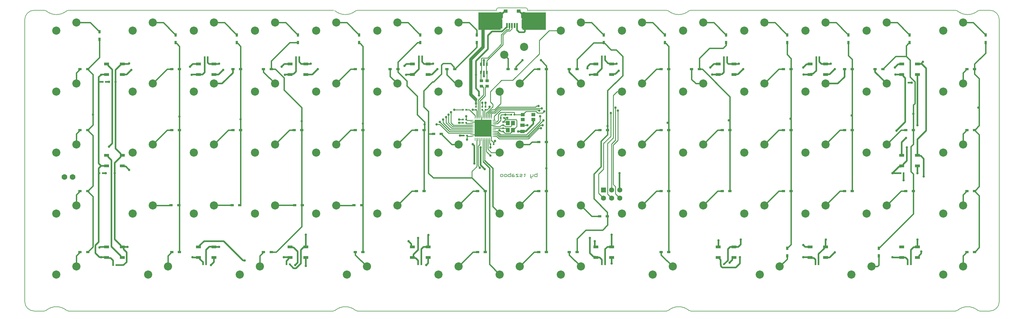
<source format=gbl>
G04*
G04 #@! TF.GenerationSoftware,Altium Limited,Altium Designer,20.2.6 (244)*
G04*
G04 Layer_Physical_Order=2*
G04 Layer_Color=16711680*
%FSLAX43Y43*%
%MOMM*%
G71*
G04*
G04 #@! TF.SameCoordinates,FBA5710F-A01C-4517-A5A6-22E0ABBBF171*
G04*
G04*
G04 #@! TF.FilePolarity,Positive*
G04*
G01*
G75*
%ADD10C,0.200*%
%ADD11C,0.013*%
%ADD20C,0.500*%
%ADD21C,0.400*%
%ADD22C,0.250*%
%ADD26O,1.700X2.400*%
%ADD27C,2.540*%
%ADD28R,1.600X1.600*%
%ADD29C,1.600*%
%ADD30C,1.778*%
%ADD31C,0.750*%
%ADD32C,0.700*%
%ADD33R,0.500X1.600*%
%ADD34R,2.100X2.900*%
%ADD35R,1.300X1.000*%
%ADD36R,1.000X0.800*%
%ADD37R,1.500X0.900*%
%ADD38R,0.600X0.600*%
%ADD39R,0.600X1.100*%
%ADD40R,0.800X1.000*%
%ADD41R,0.600X0.600*%
%ADD42R,1.000X0.900*%
%ADD43R,1.150X1.400*%
%ADD44R,1.400X1.000*%
%ADD45R,1.150X1.050*%
%ADD46R,5.300X5.300*%
%ADD47R,1.050X0.250*%
%ADD48R,0.250X1.050*%
%ADD49C,1.000*%
%ADD50R,7.000X5.500*%
%ADD51R,7.250X5.500*%
D10*
X7800Y-41950D02*
Y-43150D01*
X7200D01*
X7000Y-42950D01*
Y-42750D01*
Y-42550D01*
X7200Y-42350D01*
X7800D01*
X6600D02*
Y-42950D01*
X6400Y-43150D01*
X5801D01*
Y-43350D01*
X6001Y-43550D01*
X6201D01*
X5801Y-43150D02*
Y-42350D01*
X4001Y-42150D02*
Y-42350D01*
X4201D01*
X3801D01*
X4001D01*
Y-42950D01*
X3801Y-43150D01*
X3201D02*
X2602D01*
X2402Y-42950D01*
X2602Y-42750D01*
X3002D01*
X3201Y-42550D01*
X3002Y-42350D01*
X2402D01*
X2002D02*
X1202D01*
X2002Y-43150D01*
X1202D01*
X602Y-42350D02*
X202D01*
X3Y-42550D01*
Y-43150D01*
X602D01*
X802Y-42950D01*
X602Y-42750D01*
X3D01*
X-397Y-41950D02*
Y-43150D01*
X-997D01*
X-1197Y-42950D01*
Y-42750D01*
Y-42550D01*
X-997Y-42350D01*
X-397D01*
X-1797Y-43150D02*
X-2197D01*
X-2397Y-42950D01*
Y-42550D01*
X-2197Y-42350D01*
X-1797D01*
X-1597Y-42550D01*
Y-42950D01*
X-1797Y-43150D01*
X-2997D02*
X-3396D01*
X-3596Y-42950D01*
Y-42550D01*
X-3396Y-42350D01*
X-2997D01*
X-2797Y-42550D01*
Y-42950D01*
X-2997Y-43150D01*
X151775Y5900D02*
G03*
X148775Y8900I-3000J0D01*
G01*
Y-85098D02*
G03*
X151775Y-82098I0J3000D01*
G01*
X145083Y-84870D02*
G03*
X145718Y-85098I636J772D01*
G01*
X145083Y-84870D02*
G03*
X138727Y-84870I-3178J-3860D01*
G01*
X138092Y-85098D02*
G03*
X138727Y-84870I0J1000D01*
G01*
X55083D02*
G03*
X55718Y-85098I636J772D01*
G01*
X55083Y-84870D02*
G03*
X48727Y-84870I-3178J-3860D01*
G01*
X48092Y-85098D02*
G03*
X48727Y-84870I0J1000D01*
G01*
X-48727D02*
G03*
X-48092Y-85098I636J772D01*
G01*
X-48727Y-84870D02*
G03*
X-55083Y-84870I-3178J-3860D01*
G01*
X-55718Y-85098D02*
G03*
X-55083Y-84870I0J1000D01*
G01*
X-138727D02*
G03*
X-138092Y-85098I636J772D01*
G01*
X-138727Y-84870D02*
G03*
X-145083Y-84870I-3178J-3860D01*
G01*
X-145718Y-85098D02*
G03*
X-145083Y-84870I0J1000D01*
G01*
X-151775Y-82098D02*
G03*
X-148775Y-85098I3000J0D01*
G01*
Y8900D02*
G03*
X-151775Y5900I0J-3000D01*
G01*
X-145085Y8672D02*
G03*
X-145721Y8900I-636J-772D01*
G01*
X-145085Y8672D02*
G03*
X-138725Y8672I3180J3858D01*
G01*
X-138089Y8900D02*
G03*
X-138725Y8672I0J-1000D01*
G01*
X-55085D02*
G03*
X-48725Y8672I3180J3858D01*
G01*
X-48089Y8900D02*
G03*
X-48725Y8672I0J-1000D01*
G01*
X48725D02*
G03*
X48089Y8900I-636J-772D01*
G01*
X48725Y8672D02*
G03*
X55085Y8672I3180J3858D01*
G01*
X55721Y8900D02*
G03*
X55085Y8672I0J-1000D01*
G01*
X138725D02*
G03*
X138089Y8900I-636J-772D01*
G01*
X138725Y8672D02*
G03*
X145085Y8672I3180J3858D01*
G01*
X145721Y8900D02*
G03*
X145085Y8672I0J-1000D01*
G01*
X-4325Y9620D02*
G03*
X-4825Y9120I0J-500D01*
G01*
X4825Y9120D02*
G03*
X4325Y9620I-500J0D01*
G01*
X4825Y8900D02*
Y9120D01*
X151775Y-82098D02*
Y5900D01*
X145718Y-85098D02*
X148775D01*
X-151775Y-82098D02*
Y5900D01*
X-148775Y8900D02*
X-145721D01*
X-4825D02*
Y9120D01*
X-4325Y9620D02*
X4325D01*
X4825Y8900D02*
X48089D01*
X-48092Y-85098D02*
X48092D01*
X-138092D02*
X-55718D01*
X-148775D02*
X-145718D01*
X55718D02*
X138092D01*
X-48089Y8900D02*
X-4825D01*
X-138089D02*
X-55721D01*
X145721D02*
X148775D01*
X55721D02*
X138089D01*
D11*
X-55085Y8672D02*
G03*
X-55721Y8900I-636J-772D01*
G01*
D20*
X-8750Y-11750D02*
Y-10500D01*
X-8750Y-10500D02*
X-8750Y-10500D01*
Y-8000D02*
Y-6750D01*
X-8750Y-8000D02*
X-8750Y-8000D01*
X-16250Y-30250D02*
X-15000D01*
X-10250Y-17750D02*
Y-16500D01*
X-6250Y2250D02*
X-3061D01*
X-1761Y3550D01*
X-1600D01*
Y4100D01*
X69750Y-71500D02*
X71000Y-70250D01*
X65050Y-71050D02*
X65500Y-71500D01*
X69750D01*
X71000Y-70250D02*
Y-68250D01*
X65000Y-70500D02*
X65050Y-70550D01*
Y-71050D02*
Y-70550D01*
X64525Y-68325D02*
X64725Y-68525D01*
X64225Y-68325D02*
X64525D01*
X66000Y-70500D02*
X67250Y-69250D01*
Y-65750D02*
X67920Y-65080D01*
X67250Y-69250D02*
Y-65750D01*
X-30670Y-67420D02*
X-29250Y-66000D01*
Y-62250D01*
X-31025Y-68325D02*
X-30870D01*
X-30670Y-68125D01*
Y-67420D01*
X-7500Y1000D02*
X-6250Y2250D01*
X-128750Y-13500D02*
Y-12000D01*
X-128000Y-11250D01*
X4043Y2293D02*
Y3000D01*
X4250D01*
X3750Y2000D02*
X4043Y2293D01*
X2250Y2000D02*
X3750D01*
X1600Y2650D02*
Y4100D01*
Y2650D02*
X2250Y2000D01*
X-11250Y-15500D02*
Y-11250D01*
Y-15500D02*
X-10250Y-16500D01*
X-11250Y-11250D02*
Y-7000D01*
X-7500Y-3250D01*
Y1000D01*
X23500Y-9275D02*
Y-8750D01*
X122500Y-26000D02*
Y-12300D01*
X-128750Y-63541D02*
Y-40500D01*
X-128457Y-68270D02*
X-126330D01*
X33500Y-47190D02*
X33540Y-47230D01*
X33500Y-47190D02*
Y-42000D01*
X-11250Y-20250D02*
Y-19000D01*
X-4000Y4200D02*
Y4600D01*
X-4800Y3400D02*
X-4000Y4200D01*
X-5200Y3400D02*
X-4800D01*
X2500Y8350D02*
Y8350D01*
Y8350D02*
X3070Y7780D01*
X3096D01*
X3650Y7225D01*
Y4950D02*
Y7225D01*
X2250Y8600D02*
X2500Y8350D01*
X2100Y8600D02*
X2250D01*
X3650Y4950D02*
X4000Y4600D01*
X-3650Y7200D02*
Y7225D01*
X-2869Y8006D01*
X-2844D01*
X-2500Y8350D01*
X-2250D01*
X-2000Y8600D01*
X-4000Y4600D02*
X-3650Y4950D01*
Y7200D01*
X-4000Y4600D02*
X-3500Y4100D01*
X-11750Y-39000D02*
Y-33500D01*
X-12250Y-33000D02*
X-11750Y-33500D01*
X-9750Y-39500D02*
X-8500Y-40750D01*
X-9750Y-39500D02*
Y-34000D01*
X92800Y-68325D02*
X93000Y-68525D01*
X92725Y-68250D02*
X92800Y-68325D01*
X1942Y-29000D02*
X3250D01*
X4380Y-28870D02*
X6675Y-26575D01*
Y-25225D01*
X3250Y-29000D02*
X3380Y-28870D01*
X4380D01*
X-64225Y-65025D02*
Y-61250D01*
X94750Y-10000D02*
Y-5750D01*
X93775Y-10975D02*
X94750Y-10000D01*
X92800Y-11175D02*
X93000Y-10975D01*
X93775D01*
X95750Y-7250D02*
Y-5750D01*
X96375Y-7875D02*
X97700D01*
X95750Y-7250D02*
X96375Y-7875D01*
X66000Y-10500D02*
Y-5750D01*
X65405Y-11095D02*
X66000Y-10500D01*
X64225Y-11175D02*
X64305Y-11095D01*
X65405D01*
X67000Y-5750D02*
X67000Y-5750D01*
Y-7500D02*
Y-5750D01*
X67375Y-7875D02*
X69125D01*
X67000Y-7500D02*
X67375Y-7875D01*
X26125Y-11175D02*
X26425D01*
X26625Y-10975D01*
Y-10675D01*
X28000Y-9300D01*
Y-5500D01*
X29000Y-6750D02*
Y-5500D01*
Y-6750D02*
X29945Y-7695D01*
X30845D02*
X31025Y-7875D01*
X29945Y-7695D02*
X30845D01*
X-29000Y-5500D02*
X-29000Y-5500D01*
X-29000Y-9500D02*
Y-5500D01*
X-31025Y-11175D02*
X-30825Y-10975D01*
X-30475D01*
X-29000Y-9500D01*
X-28000Y-7250D02*
Y-5500D01*
X-27375Y-7875D02*
X-26125D01*
X-28000Y-7250D02*
X-27375Y-7875D01*
X-66250Y-7250D02*
Y-5750D01*
Y-7250D02*
X-65625Y-7875D01*
X-64225D01*
X-67250Y-10250D02*
Y-5750D01*
X-68020Y-11020D02*
X-67250Y-10250D01*
X-69125Y-11175D02*
X-68970Y-11020D01*
X-68020D01*
X-94750Y-7500D02*
Y-5750D01*
X-94375Y-7875D02*
X-92800D01*
X-94750Y-7500D02*
X-94375Y-7875D01*
X-95750Y-10500D02*
Y-5750D01*
X-96425Y-11175D02*
X-95750Y-10500D01*
X-97700Y-11175D02*
X-96425D01*
X-123500Y-13500D02*
Y-9750D01*
Y-34325D02*
Y-13500D01*
X-126500D02*
X-125500D01*
X-128750Y-39000D02*
Y-13500D01*
X-128750Y-13500D02*
X-127500D01*
X-128750Y-13500D02*
X-128750Y-13500D01*
X-121120Y-65025D02*
X-119775D01*
X-123500Y-34325D02*
X-121875Y-35950D01*
X-123500Y-9750D02*
X-121625Y-7875D01*
X-123750Y-42007D02*
Y-38825D01*
Y-62650D02*
Y-42007D01*
X-127500Y-42000D02*
X-126500D01*
X-121375Y-65025D02*
X-121120D01*
X-120920Y-65225D01*
Y-65830D02*
Y-65225D01*
Y-65830D02*
X-120000Y-66750D01*
Y-69750D02*
Y-66750D01*
X-123250Y-70750D02*
X-121000D01*
X-120000Y-69750D01*
X-126275Y-68325D02*
X-126100Y-68500D01*
X-125000D01*
X-124250Y-70750D02*
Y-69250D01*
X-125000Y-68500D02*
X-124250Y-69250D01*
X-128275Y-65025D02*
X-126275D01*
X-128500Y-65250D02*
X-128275Y-65025D01*
X-129750Y-66977D02*
X-128457Y-68270D01*
X-129750Y-66977D02*
Y-64541D01*
X-128750Y-63541D01*
X-126330Y-68270D02*
X-126275Y-68325D01*
X-92825Y-65000D02*
X-92800Y-65025D01*
X-94250Y-65000D02*
X-92825D01*
X-95250Y-70500D02*
Y-66000D01*
X-94250Y-65000D01*
X-96250Y-70500D02*
Y-69775D01*
X-97200Y-68825D02*
X-96250Y-69775D01*
X-97200Y-68825D02*
Y-68525D01*
X-97400Y-68325D02*
X-97200Y-68525D01*
X-97700Y-68325D02*
X-97400D01*
X-64425Y-65225D02*
X-64225Y-65025D01*
X-64975Y-65225D02*
X-64425D01*
X-65750Y-66000D02*
X-64975Y-65225D01*
X-65750Y-70250D02*
Y-66000D01*
X-67250Y-71750D02*
X-65750Y-70250D01*
X-66750Y-70000D02*
Y-66500D01*
X-67500Y-70750D02*
X-66750Y-70000D01*
X-68045Y-65205D02*
X-66750Y-66500D01*
X-64225Y-70975D02*
Y-68325D01*
X-64225Y-70975D02*
X-64225Y-70975D01*
X-68000Y-71750D02*
X-67250D01*
X-69250Y-70500D02*
X-68000Y-71750D01*
X-70250Y-70500D02*
Y-69450D01*
X-69625Y-68825D01*
Y-68525D01*
X-69425Y-68325D01*
X-69125D01*
X-27525Y-65025D02*
X-26125D01*
X-28250Y-65750D02*
X-27525Y-65025D01*
X-28250Y-70500D02*
Y-65750D01*
X-31025Y-68325D02*
X-30850Y-68500D01*
X-30000D01*
X-29250Y-70500D02*
Y-69250D01*
X-30000Y-68500D02*
X-29250Y-69250D01*
X29725Y-65025D02*
X31025D01*
X29000Y-65750D02*
X29725Y-65025D01*
X29000Y-70500D02*
Y-65750D01*
X26125Y-68325D02*
X26132Y-68332D01*
X27332D01*
X28000Y-69000D01*
Y-70500D02*
Y-69000D01*
X69070Y-65080D02*
X69125Y-65025D01*
X67920Y-65080D02*
X69070D01*
X65000Y-70500D02*
Y-69100D01*
X64725Y-68825D02*
X65000Y-69100D01*
X64725Y-68825D02*
Y-68525D01*
X93000D02*
X94025D01*
X94500Y-70500D02*
Y-69000D01*
X94025Y-68525D02*
X94500Y-69000D01*
X126170Y-65130D02*
X126275Y-65025D01*
X125120Y-65130D02*
X126170D01*
X124250Y-66000D02*
X125120Y-65130D01*
X124250Y-70500D02*
Y-66000D01*
X121375Y-68325D02*
X121382Y-68332D01*
X122582D01*
X123250Y-69000D01*
Y-70500D02*
Y-69000D01*
X95500Y-70500D02*
Y-67225D01*
X97200Y-65525D01*
Y-65225D01*
X97400Y-65025D01*
X97700D01*
X122000Y-44250D02*
Y-42000D01*
X118500D02*
X121000D01*
X70688Y-7812D02*
X70750Y-7750D01*
X70625Y-7875D02*
X70688Y-7812D01*
X-26125Y-61375D02*
X-26062Y-61312D01*
X123500Y-13750D02*
X124500D01*
X126275Y-7875D02*
X127625D01*
X129000Y-28750D02*
Y-9250D01*
X127625Y-7875D02*
X129000Y-9250D01*
X127455Y-7795D02*
X128000Y-7250D01*
X121175Y-39950D02*
X121375Y-39750D01*
X120550Y-39950D02*
X121175D01*
X118500Y-42000D02*
X120550Y-39950D01*
X128250Y-43000D02*
Y-37500D01*
X126275Y-36450D02*
X126443Y-36618D01*
X127368D01*
X128250Y-37500D01*
X-92800Y-7875D02*
X-91300D01*
X-64225D02*
X-62725D01*
X-26125D02*
X-24625D01*
X31025D02*
X32525D01*
X97700D02*
X99200D01*
X69125D02*
X70625D01*
X-33500Y-8525D02*
Y-8500D01*
X-121375Y-7875D02*
X-119375D01*
X-121625D02*
X-121375D01*
X-119375D02*
X-119250Y-7750D01*
X-100325Y-8750D02*
X-99450Y-7875D01*
X-97700D01*
X-71750Y-8750D02*
X-70875Y-7875D01*
X-69125D01*
X-120000Y-11175D02*
X-118575Y-9750D01*
X-121375Y-11175D02*
X-120000D01*
X-92800D02*
X-91425D01*
X-90000Y-9750D01*
X-86925Y-10675D02*
Y-9525D01*
X-90279Y-14029D02*
X-86925Y-10675D01*
X-92831Y-14029D02*
X-90279D01*
X-64225Y-11175D02*
X-62175D01*
X-60500Y-9500D01*
X-32875Y-7875D02*
X-31025D01*
X-33500Y-8500D02*
X-32875Y-7875D01*
X113100Y-10410D02*
X116719Y-14029D01*
X113100Y-10410D02*
Y-9525D01*
X-70607Y-11175D02*
X-69125D01*
X-70682Y-11250D02*
X-70607Y-11175D01*
X-70750Y-11250D02*
X-70682D01*
X-99607Y-11175D02*
X-97700D01*
X-99682Y-11250D02*
X-99607Y-11175D01*
X-99750Y-11250D02*
X-99682D01*
X-127857Y-11175D02*
X-126275D01*
X-32857D02*
X-31025D01*
X-32932Y-11250D02*
X-32857Y-11175D01*
X-33000Y-11250D02*
X-32932D01*
X24375Y-7875D02*
X26125D01*
X23500Y-8750D02*
X24375Y-7875D01*
X-26125Y-11175D02*
X-26118Y-11168D01*
X-24918D01*
X-23250Y-9500D01*
X17850Y-10410D02*
X21469Y-14029D01*
X17850Y-10410D02*
Y-9525D01*
X62875Y-7875D02*
X64225D01*
X61750Y-9000D02*
X62875Y-7875D01*
X31025Y-11175D02*
X31130Y-11070D01*
X32180D01*
X33250Y-10000D01*
X90750Y-9000D02*
X91745Y-8005D01*
X92745D01*
X92875Y-7875D01*
X70393Y-11107D02*
X72000Y-9500D01*
X69268Y-11107D02*
X70393D01*
X69200Y-11175D02*
X69268Y-11107D01*
X97700Y-11175D02*
X97768Y-11107D01*
X98893D01*
X100500Y-9500D01*
X121245Y-8005D02*
X121375Y-7875D01*
X120245Y-8005D02*
X121245D01*
X119250Y-9000D02*
X120245Y-8005D01*
X126262Y-41987D02*
X126275Y-41975D01*
X126250Y-42000D02*
X126262Y-41987D01*
X126275Y-41975D02*
Y-39750D01*
X-89750Y-63250D02*
X-83750Y-69250D01*
X-83250D01*
X-95925Y-63250D02*
X-89750D01*
X-91275Y-65025D02*
X-91262Y-65012D01*
X-92800Y-65025D02*
X-91275D01*
X-97700D02*
X-97400D01*
X-97200Y-64825D01*
Y-64525D01*
X-95925Y-63250D01*
X-92800Y-69800D02*
Y-68325D01*
X-93750Y-70750D02*
X-92800Y-69800D01*
X-99500Y-68250D02*
X-99432D01*
X-99357Y-68325D02*
X-97700D01*
X-99432Y-68250D02*
X-99357Y-68325D01*
X-69125Y-65025D02*
X-68945Y-65205D01*
X-68045D01*
X-26125Y-70125D02*
Y-68325D01*
X-26750Y-70750D02*
X-26125Y-70125D01*
X-31180Y-65025D02*
X-31025D01*
X-31380Y-64825D02*
X-31180Y-65025D01*
X-31380Y-64825D02*
Y-64120D01*
X-32250Y-63250D02*
X-31380Y-64120D01*
X31013Y-70238D02*
X31025Y-70225D01*
X31000Y-70250D02*
X31013Y-70238D01*
X31025Y-70225D02*
Y-68325D01*
X25950Y-65025D02*
X26125D01*
X25750Y-64825D02*
X25950Y-65025D01*
X25750Y-64825D02*
Y-63250D01*
X68845Y-68325D02*
X69125D01*
X68645Y-68525D02*
X68845Y-68325D01*
X68645Y-69105D02*
Y-68525D01*
X67750Y-70000D02*
X68645Y-69105D01*
X64225Y-65025D02*
X64294Y-64956D01*
Y-63000D01*
X97700Y-68325D02*
X98925D01*
X100500Y-66750D01*
X91275Y-65025D02*
X92800D01*
X90750Y-64500D02*
X91275Y-65025D01*
X126275Y-68325D02*
X126575D01*
X126775Y-68125D01*
Y-67825D01*
X127500Y-67100D01*
Y-66500D01*
X119750Y-28750D02*
X122500Y-26000D01*
X121375Y-39750D02*
X121675D01*
X121875Y-39550D01*
Y-39250D01*
X123000Y-38125D01*
Y-34000D01*
X121375Y-11175D02*
X121675D01*
X121875Y-11375D01*
Y-11675D02*
Y-11375D01*
Y-11675D02*
X122500Y-12300D01*
X126250Y-11200D02*
X126275Y-11175D01*
X126250Y-27000D02*
Y-11200D01*
X121375Y-32375D02*
X122750Y-31000D01*
X121375Y-36450D02*
Y-32375D01*
X97700Y-65025D02*
Y-62800D01*
X97750Y-62750D01*
X71250Y-64250D02*
Y-62750D01*
X69125Y-65025D02*
X70475D01*
X71250Y-64250D01*
X31025Y-65025D02*
Y-61275D01*
X-26125Y-65025D02*
Y-61375D01*
X-119775Y-65025D02*
X-119762Y-65012D01*
X126275Y-65025D02*
Y-62775D01*
Y-36450D02*
Y-31475D01*
X129000Y-28750D01*
X90750Y-68250D02*
X92725D01*
X118643Y-68325D02*
X121375D01*
X118568Y-68250D02*
X118643Y-68325D01*
X118500Y-68250D02*
X118568D01*
X24250Y-67000D02*
Y-62250D01*
X25925Y-68125D02*
X26125Y-68325D01*
X25375Y-68125D02*
X25925D01*
X24250Y-67000D02*
X25375Y-68125D01*
X-69200Y-68250D02*
X-69125Y-68325D01*
X-71044Y-68250D02*
X-69200D01*
X103575Y-11925D02*
Y-9525D01*
X101471Y-14029D02*
X103575Y-11925D01*
X97669Y-14029D02*
X101471D01*
X90825Y-11175D02*
X92800D01*
X62325D02*
X64225D01*
X24393D02*
X26125D01*
X24318Y-11250D02*
X24393Y-11175D01*
X24250Y-11250D02*
X24318D01*
X119425Y-11175D02*
X121375D01*
X-121375Y-39750D02*
X-121182Y-39943D01*
X-120307D01*
X-119250Y-41000D01*
X-126275Y-65025D02*
X-125975D01*
X-125775Y-65225D01*
X-121675Y-68325D02*
X-121375D01*
X-121875Y-68125D02*
X-121675Y-68325D01*
X-121875Y-68125D02*
Y-67825D01*
X-124750Y-64950D02*
X-121875Y-67825D01*
X-126275Y-36450D02*
X-125975D01*
X-125775Y-36650D01*
Y-36950D02*
Y-36650D01*
Y-36950D02*
X-124750Y-37975D01*
Y-64950D02*
Y-37975D01*
X-125500Y-33750D02*
X-124500Y-32750D01*
X-126275Y-7875D02*
X-125975D01*
X-125775Y-8075D01*
Y-8375D02*
Y-8075D01*
Y-8375D02*
X-124500Y-9650D01*
Y-32750D02*
Y-9650D01*
X-121875Y-36950D02*
Y-36650D01*
X-123750Y-38825D02*
X-121875Y-36950D01*
X-121675Y-36450D02*
X-121375D01*
X-121875Y-36250D02*
X-121675Y-36450D01*
X-121875Y-36250D02*
Y-35950D01*
Y-36650D02*
X-121675Y-36450D01*
Y-65025D02*
X-121375D01*
X-121875Y-64825D02*
X-121675Y-65025D01*
X-121875Y-64825D02*
Y-64525D01*
X-123750Y-62650D02*
X-121875Y-64525D01*
X-128750Y-39000D02*
X-128000Y-39750D01*
X-126275D02*
X-126275Y-39750D01*
X-128000Y-39750D02*
X-126275D01*
X-128750Y-40500D02*
X-128000Y-39750D01*
D21*
X-11000Y-2675D02*
Y-1200D01*
X-17550Y-9225D02*
X-11000Y-2675D01*
X-13346Y5021D02*
X-11000Y2675D01*
Y1200D02*
Y2675D01*
X29775Y-28575D02*
Y-16225D01*
Y-29975D02*
Y-28575D01*
X27750Y-32000D02*
X29775Y-29975D01*
X27750Y-40000D02*
Y-32000D01*
X25500Y-50000D02*
Y-42250D01*
X27750Y-40000D01*
X25500Y-50000D02*
X29700Y-54200D01*
X29775Y-58225D02*
Y-55500D01*
X29700D02*
Y-54200D01*
X10700Y-32250D02*
X10725D01*
Y-47625D02*
Y-32250D01*
X10800D01*
X10725D02*
Y-9525D01*
Y-8475D01*
X21469Y-52129D02*
X24840Y-55500D01*
X27300D01*
X25450Y-1300D02*
X28575D01*
X29700Y-55500D02*
X29775D01*
X22951Y-59799D02*
X28201D01*
X29775Y-58225D01*
X-54731Y-52129D02*
X-49329D01*
X-49200Y-52000D01*
X-46425Y-54000D02*
Y-47625D01*
X-103575Y-54500D02*
Y-47625D01*
Y-28575D01*
Y-24324D01*
X-111881Y-52129D02*
X-106329D01*
X-106200Y-52000D01*
X-73781Y-52129D02*
X-73652Y-52000D01*
X-67700D01*
X-65475Y-53000D02*
Y-47625D01*
X-92702Y-52000D02*
X-87200D01*
X-92831Y-52129D02*
X-92702Y-52000D01*
X-84525Y-51800D02*
Y-28575D01*
X-84800Y-52000D02*
X-84725D01*
X-84525Y-51800D01*
X-103575Y-24324D02*
Y-9525D01*
X-46425Y-26525D02*
Y-9525D01*
X-65475Y-25732D02*
Y-21525D01*
X-84525Y-25208D02*
Y-9525D01*
X-8500Y-38000D02*
X-6000Y-40500D01*
X-7000Y-70470D02*
Y-40400D01*
X-8900Y-38500D02*
X-7000Y-40400D01*
X-6000Y-52420D02*
Y-40500D01*
X124000Y-12000D02*
X125500Y-13500D01*
X125025Y-28575D02*
Y-23469D01*
X125500Y-20250D02*
Y-13500D01*
X125025Y-23469D02*
Y-20725D01*
X125500Y-20250D01*
X124000Y-12000D02*
Y-6679D01*
X9000Y-6750D02*
X10725Y-8475D01*
X1200Y-9525D02*
X1241Y-9484D01*
Y-8759D01*
X3250Y-6750D01*
X-6000Y-52420D02*
X-3810Y-54610D01*
X-7000Y-70470D02*
X-3810Y-73660D01*
X5421Y-33079D02*
X6197Y-32303D01*
X8247D02*
X8300Y-32250D01*
X6197Y-32303D02*
X8247D01*
X86925Y-28575D02*
Y-9525D01*
X-27250Y-26768D02*
Y-26000D01*
Y-28450D02*
Y-26768D01*
X-18721Y-33079D02*
X-16631D01*
X-22050Y-29750D02*
X-21950D01*
X-21750Y-29950D01*
Y-30050D02*
Y-29950D01*
Y-30050D02*
X-18721Y-33079D01*
X-26000Y-29693D02*
Y-22750D01*
X-27500Y-21250D02*
X-26000Y-22750D01*
Y-42000D02*
Y-29693D01*
X-25943Y-29750D02*
X-24450D01*
X-26000Y-29693D02*
X-25943Y-29750D01*
X-65475Y-28575D02*
Y-25732D01*
X-84525Y-28575D02*
Y-25208D01*
X-77400Y-10410D02*
X-73781Y-14029D01*
X-77400Y-10410D02*
Y-9525D01*
X-17041Y-13620D02*
X-16631Y-14029D01*
X-17880Y-13620D02*
X-17041D01*
X-20250Y-11250D02*
X-17880Y-13620D01*
X-20250Y-11250D02*
Y-9525D01*
X-18074Y-9325D02*
X-17550D01*
X-24750Y-13500D02*
X-24438D01*
X-18074Y-9325D02*
Y-8801D01*
X-19125Y-7750D02*
X-18074Y-8801D01*
X-21500Y-7750D02*
X-19125D01*
X-22000Y-11062D02*
Y-8250D01*
X-21500Y-7750D01*
X-24438Y-13500D02*
X-22000Y-11062D01*
X-77700Y-66875D02*
X-77500Y-66675D01*
X-78544Y-67819D02*
X-77700Y-66975D01*
Y-66875D01*
X-78544Y-71179D02*
Y-67819D01*
X-77500Y-66675D02*
X-77400D01*
X124250Y-41500D02*
Y-33750D01*
Y-41500D02*
X125025Y-42275D01*
X124250Y-33750D02*
X125000Y-33000D01*
Y-28600D01*
X122821Y-2204D02*
X123525Y-1500D01*
X122821Y-5500D02*
Y-2204D01*
Y-5500D02*
X124000Y-6679D01*
X119525Y-5500D02*
X122821D01*
X115500Y-9525D02*
X115600D01*
X115800Y-9325D01*
Y-9225D01*
X119525Y-5500D01*
X125025Y-47625D02*
Y-42275D01*
X125000Y-28600D02*
X125025Y-28575D01*
X20250Y-62500D02*
X22951Y-59799D01*
X20250Y-66675D02*
Y-62500D01*
X48825Y-28575D02*
Y-9525D01*
X67875Y-28575D02*
Y-18125D01*
X105975Y-28575D02*
Y-9525D01*
X145500Y-27150D02*
Y-12500D01*
X-103575Y-66675D02*
Y-54500D01*
X20250Y-6500D02*
X25450Y-1300D01*
X20250Y-9525D02*
Y-6500D01*
X28575Y-1300D02*
X28775Y-1500D01*
X28875D01*
X30875Y-3500D01*
X32500D01*
X34500Y-11500D02*
Y-5500D01*
X32500Y-3500D02*
X34500Y-5500D01*
X29775Y-16225D02*
X34500Y-11500D01*
X10725Y-66675D02*
Y-47625D01*
X-26000Y-42000D02*
X-24500Y-43500D01*
X-8425Y-47625D02*
X-8325D01*
X-8625Y-47425D02*
X-8425Y-47625D01*
X-8625Y-47425D02*
Y-47325D01*
X-12450Y-43500D02*
X-8625Y-47325D01*
X-24500Y-43500D02*
X-12450D01*
X-8325Y-66675D02*
Y-47625D01*
X-29500Y-23750D02*
Y-18000D01*
Y-23750D02*
X-27250Y-26000D01*
X-27375Y-28575D02*
X-27250Y-28450D01*
X-27500Y-16250D02*
X-24750Y-13500D01*
X-27500Y-21250D02*
Y-16250D01*
X-17550Y-9325D02*
Y-9225D01*
X-46425Y-28575D02*
Y-26525D01*
X-130500Y-23733D02*
Y-11175D01*
Y-26925D02*
Y-23733D01*
X123525Y-1500D02*
X123625D01*
X123825Y-1300D01*
Y-1200D01*
X114300Y-65475D02*
Y-65375D01*
X114500Y-65175D01*
X114600D01*
X125025Y-54750D01*
Y-47625D01*
X114300Y-70700D02*
Y-67875D01*
X113821Y-71179D02*
X114300Y-70700D01*
X111956Y-71179D02*
X113821D01*
X85725Y-4975D02*
Y-1200D01*
X86925Y-9525D02*
Y-6175D01*
X85725Y-4975D02*
X86925Y-6175D01*
Y-47625D02*
Y-28575D01*
X85725Y-65475D02*
Y-65375D01*
X85925Y-65175D01*
X86025D01*
X86925Y-64275D01*
Y-47625D01*
X83381Y-71179D02*
X85725Y-68836D01*
Y-67875D01*
X67875Y-47625D02*
Y-28575D01*
X59275Y-9525D02*
X67875Y-18125D01*
X58350Y-9525D02*
X59275D01*
X66675Y-2075D02*
Y-1200D01*
X65750Y-3000D02*
X66675Y-2075D01*
X61500Y-3000D02*
X65750D01*
X58350Y-9525D02*
Y-6150D01*
X61500Y-3000D01*
X55950Y-12700D02*
X57279Y-14029D01*
X55950Y-12700D02*
Y-9525D01*
X57279Y-14029D02*
X59569D01*
X-65475Y-47625D02*
Y-28575D01*
Y-58725D02*
Y-53000D01*
X-75000Y-66675D02*
X-73425D01*
X-65475Y-58725D01*
X-71000Y-16000D02*
X-65475Y-21525D01*
X-73725Y-9525D02*
X-71000Y-12250D01*
Y-16000D02*
Y-12250D01*
X-75000Y-9525D02*
X-73725D01*
X-75000Y-7000D02*
X-69200Y-1200D01*
X-75000Y-9525D02*
Y-7000D01*
X-69200Y-1200D02*
X-66675D01*
X-27375Y-47625D02*
Y-28575D01*
X-32750Y-14750D02*
X-29500Y-18000D01*
X-32750Y-14750D02*
Y-13250D01*
X-35550Y-10450D02*
Y-9500D01*
Y-10450D02*
X-32750Y-13250D01*
X-29450Y-1200D02*
X-28575D01*
X-35550Y-7300D02*
X-29450Y-1200D01*
X-35550Y-9500D02*
Y-7300D01*
X-37950Y-11760D02*
X-35681Y-14029D01*
X-37950Y-11760D02*
Y-9500D01*
X2419Y-14029D02*
X6923Y-9525D01*
X8325D01*
X-1200D02*
Y-6240D01*
X-2419Y-5021D02*
X-1200Y-6240D01*
X2419Y-33079D02*
X5421D01*
X144375Y-28275D02*
X145500Y-27150D01*
X144375Y-28375D02*
Y-28275D01*
X144075Y-11075D02*
Y-7925D01*
X144175Y-28575D02*
X144375Y-28375D01*
Y-28875D02*
Y-28775D01*
X145500Y-46200D02*
Y-30000D01*
X144375Y-28875D02*
X145500Y-30000D01*
X144075Y-7925D02*
X147500Y-4500D01*
Y-1200D01*
X144075Y-11075D02*
X145500Y-12500D01*
X105975Y-47625D02*
Y-28575D01*
Y-9525D02*
X106000Y-9500D01*
Y-6500D01*
X104775Y-5275D02*
Y-1200D01*
Y-5275D02*
X106000Y-6500D01*
X46425Y-67560D02*
X50044Y-71179D01*
X46425Y-67560D02*
Y-66675D01*
X48825Y-47625D02*
Y-28575D01*
Y-66675D02*
Y-47625D01*
X47625Y-1300D02*
Y-1200D01*
Y-1300D02*
X47825Y-1500D01*
X47925D01*
X48825Y-2400D01*
Y-9525D02*
Y-2400D01*
X17850Y-67560D02*
X21469Y-71179D01*
X17850Y-67560D02*
Y-66675D01*
X2419Y-71179D02*
X6923Y-66675D01*
X8325D01*
X-16631Y-71179D02*
X-12127Y-66675D01*
X-10725D01*
X-48825Y-67560D02*
X-45206Y-71179D01*
X-48825Y-67560D02*
Y-66675D01*
X-46425Y-47625D02*
Y-28575D01*
Y-66675D02*
Y-54000D01*
X-47625Y-1300D02*
Y-1200D01*
Y-1300D02*
X-47425Y-1500D01*
X-47325D01*
X-46425Y-2400D01*
Y-9525D02*
Y-2400D01*
X-85725Y-1300D02*
Y-1200D01*
Y-1300D02*
X-85525Y-1500D01*
X-85425D01*
X-84525Y-2400D01*
Y-9525D02*
Y-2400D01*
X-104775Y-1300D02*
Y-1200D01*
Y-1300D02*
X-104575Y-1500D01*
X-104475D01*
X-103575Y-2400D01*
Y-9525D02*
Y-2400D01*
X-132150Y-9525D02*
X-132050D01*
X-131850Y-9325D01*
Y-9225D01*
X-128500Y-5875D01*
Y-200D01*
X-132050Y-9525D02*
X-131850Y-9725D01*
Y-9825D02*
Y-9725D01*
Y-9825D02*
X-130500Y-11175D01*
X-132150Y-28575D02*
X-132050D01*
X-131850Y-28375D01*
Y-28275D01*
X-130500Y-26925D01*
X-132050Y-28575D02*
X-131850Y-28775D01*
Y-28875D02*
Y-28775D01*
Y-28875D02*
X-130500Y-30225D01*
Y-45975D02*
Y-30225D01*
X-132150Y-47625D02*
X-132050D01*
X-131850Y-47425D01*
Y-47325D01*
X-130500Y-45975D01*
X-132050Y-47625D02*
X-131850Y-47825D01*
Y-47925D02*
Y-47825D01*
Y-47925D02*
X-130500Y-49275D01*
Y-65025D02*
Y-49275D01*
X-132150Y-66675D02*
X-132050D01*
X-131850Y-66475D01*
Y-66375D01*
X-130500Y-65025D01*
X-135694Y5021D02*
X-131321D01*
X-128800Y2500D01*
X-128700D01*
X-128500Y2300D01*
Y2200D02*
Y2300D01*
X-111881Y5021D02*
X-108596D01*
X-105075Y1500D01*
X-104975D01*
X-104775Y1300D01*
Y1200D02*
Y1300D01*
X-92831Y5021D02*
X-89546D01*
X-86025Y1500D01*
X-85925D01*
X-85725Y1300D01*
Y1200D02*
Y1300D01*
X-73781Y5021D02*
X-70496D01*
X-66975Y1500D01*
X-66875D01*
X-66675Y1300D01*
Y1200D02*
Y1300D01*
X-54731Y5021D02*
X-51446D01*
X-47925Y1500D01*
X-47825D01*
X-47625Y1300D01*
Y1200D02*
Y1300D01*
X-35681Y5021D02*
X-32396D01*
X-28875Y1500D01*
X-28775D01*
X-28575Y1300D01*
Y1200D02*
Y1300D01*
X-16631Y5021D02*
X-13346D01*
X21469D02*
X24754D01*
X28275Y1500D01*
X28375D01*
X28575Y1300D01*
Y1200D02*
Y1300D01*
X40519Y5021D02*
X43804D01*
X47325Y1500D01*
X47425D01*
X47625Y1300D01*
Y1200D02*
Y1300D01*
X59569Y5021D02*
X62854D01*
X66375Y1500D01*
X66475D01*
X66675Y1300D01*
Y1200D02*
Y1300D01*
X78619Y5021D02*
X81904D01*
X85425Y1500D01*
X85525D01*
X85725Y1300D01*
Y1200D02*
Y1300D01*
X97669Y5021D02*
X100954D01*
X104475Y1500D01*
X104575D01*
X104775Y1300D01*
Y1200D02*
Y1300D01*
X116719Y5021D02*
X120004D01*
X123525Y1500D01*
X123625D01*
X123825Y1300D01*
Y1200D02*
Y1300D01*
X144075Y-66675D02*
X144175D01*
X144375Y-66475D01*
Y-66375D01*
X145500Y-65250D01*
X144075Y-47625D02*
X144175D01*
X144375Y-47825D01*
Y-47925D02*
Y-47825D01*
Y-47925D02*
X145500Y-49050D01*
Y-65250D02*
Y-49050D01*
X144175Y-47625D02*
X144375Y-47425D01*
Y-47325D01*
X145500Y-46200D01*
X144075Y-28575D02*
X144175D01*
X144375Y-28775D01*
X140531Y5021D02*
X143679D01*
X147200Y1500D01*
X147300D01*
X147500Y1300D01*
Y1200D02*
Y1300D01*
X140531Y-14029D02*
Y-10669D01*
X141375Y-9825D01*
Y-9725D01*
X141575Y-9525D01*
X141675D01*
X140531Y-33079D02*
Y-29719D01*
X141375Y-28875D01*
Y-28775D01*
X141575Y-28575D01*
X141675D01*
X140531Y-52129D02*
Y-48769D01*
X141375Y-47925D01*
Y-47825D01*
X141575Y-47625D01*
X141675D01*
X140531Y-71179D02*
Y-67819D01*
X141375Y-66975D01*
Y-66875D01*
X141575Y-66675D01*
X141675D01*
X83123Y-9525D02*
X84525D01*
X78619Y-14029D02*
X83123Y-9525D01*
X45023D02*
X46425D01*
X40519Y-14029D02*
X45023Y-9525D01*
X25973Y-28575D02*
X27375D01*
X21469Y-33079D02*
X25973Y-28575D01*
X45023D02*
X46425D01*
X40519Y-33079D02*
X45023Y-28575D01*
X64073D02*
X65475D01*
X59569Y-33079D02*
X64073Y-28575D01*
X83123D02*
X84525D01*
X78619Y-33079D02*
X83123Y-28575D01*
X102173D02*
X103575D01*
X97669Y-33079D02*
X102173Y-28575D01*
X121223D02*
X122625D01*
X116719Y-33079D02*
X121223Y-28575D01*
Y-47625D02*
X122625D01*
X116719Y-52129D02*
X121223Y-47625D01*
X102173D02*
X103575D01*
X97669Y-52129D02*
X102173Y-47625D01*
X83123D02*
X84525D01*
X78619Y-52129D02*
X83123Y-47625D01*
X64073D02*
X65475D01*
X59569Y-52129D02*
X64073Y-47625D01*
X45023D02*
X46425D01*
X40519Y-52129D02*
X45023Y-47625D01*
X6923D02*
X8325D01*
X2419Y-52129D02*
X6923Y-47625D01*
X-50227Y-9525D02*
X-48825D01*
X-54731Y-14029D02*
X-50227Y-9525D01*
X-31177Y-28575D02*
X-29775D01*
X-35681Y-33079D02*
X-31177Y-28575D01*
X-12127Y-47625D02*
X-10725D01*
X-16631Y-52129D02*
X-12127Y-47625D01*
X-31177D02*
X-29775D01*
X-35681Y-52129D02*
X-31177Y-47625D01*
X-50227Y-28575D02*
X-48825D01*
X-54731Y-33079D02*
X-50227Y-28575D01*
X-69277D02*
X-67875D01*
X-73781Y-33079D02*
X-69277Y-28575D01*
X-88327D02*
X-86925D01*
X-92831Y-33079D02*
X-88327Y-28575D01*
X-107377Y-9525D02*
X-105975D01*
X-111881Y-14029D02*
X-107377Y-9525D01*
Y-28575D02*
X-105975D01*
X-111881Y-33079D02*
X-107377Y-28575D01*
X-106075Y-66675D02*
X-105975D01*
X-106275Y-66875D02*
X-106075Y-66675D01*
X-106275Y-66975D02*
Y-66875D01*
X-107119Y-67819D02*
X-106275Y-66975D01*
X-107119Y-71179D02*
Y-67819D01*
X-134650Y-66675D02*
X-134550D01*
X-134850Y-66875D02*
X-134650Y-66675D01*
X-134850Y-66975D02*
Y-66875D01*
X-135694Y-67819D02*
X-134850Y-66975D01*
X-135694Y-71179D02*
Y-67819D01*
X-134650Y-47625D02*
X-134550D01*
X-134850Y-47825D02*
X-134650Y-47625D01*
X-134850Y-47925D02*
Y-47825D01*
X-135694Y-48769D02*
X-134850Y-47925D01*
X-135694Y-52129D02*
Y-48769D01*
X-134650Y-28575D02*
X-134550D01*
X-134850Y-28775D02*
X-134650Y-28575D01*
X-134850Y-28875D02*
Y-28775D01*
X-135694Y-29719D02*
X-134850Y-28875D01*
X-135694Y-33079D02*
Y-29719D01*
Y-14029D02*
Y-10669D01*
X-134850Y-9825D01*
Y-9725D01*
X-134650Y-9525D01*
X-134550D01*
D22*
X-7586Y-6000D02*
X-3323Y-1737D01*
X-9500Y-8000D02*
Y-6146D01*
X-9354Y-6000D01*
X-7586D01*
X-14000Y-31500D02*
Y-30250D01*
X-10000Y-24525D02*
Y-19500D01*
X-8305Y-17805D02*
Y-15155D01*
X-10000Y-19500D02*
X-8305Y-17805D01*
X-10500Y-24525D02*
Y-19250D01*
X-8844Y-17594D02*
Y-15256D01*
X-10500Y-19250D02*
X-8844Y-17594D01*
X-8250Y-21250D02*
Y-20000D01*
X-9250Y-21250D02*
Y-20000D01*
X-659Y2466D02*
X-30Y3095D01*
Y4070D02*
X0Y4100D01*
X-30Y3095D02*
Y4070D01*
X-1514Y2466D02*
X-659D01*
X-2856Y1124D02*
X-1514Y2466D01*
X-3323Y1238D02*
X-1689Y2872D01*
X-946D01*
X-800Y3018D02*
Y4100D01*
X-946Y2872D02*
X-800Y3018D01*
X-2856Y-1927D02*
Y1124D01*
X-3323Y-1737D02*
Y1238D01*
X-9500Y-10500D02*
Y-8000D01*
X-7800Y-6871D02*
X-2856Y-1927D01*
X-7800Y-8000D02*
Y-6871D01*
Y-14600D02*
X-7750D01*
X-8125Y-14925D02*
X-7800Y-14600D01*
X-8305Y-15155D02*
X-8125Y-14975D01*
Y-14925D01*
X-9500Y-14600D02*
X-9450D01*
X-9125Y-14975D02*
X-8844Y-15256D01*
X-9450Y-14600D02*
X-9125Y-14925D01*
Y-14975D02*
Y-14925D01*
X-7800Y-12850D02*
Y-10500D01*
Y-12850D02*
X-7750Y-12900D01*
X-9700Y-12700D02*
Y-10500D01*
Y-12700D02*
X-9500Y-12900D01*
X-7975Y-10325D02*
X-7800Y-10500D01*
X-7975Y-10325D02*
Y-9954D01*
X-8000Y-9929D02*
X-7975Y-9954D01*
X-8000Y-9929D02*
Y-8450D01*
X-7800Y-8250D01*
Y-8000D01*
X32250Y-21500D02*
Y-21385D01*
Y-31666D02*
Y-21500D01*
X33000Y-31750D02*
Y-22500D01*
X31500Y-33250D02*
X33000Y-31750D01*
X30750Y-30500D02*
Y-23250D01*
X9750Y-25500D02*
Y-25475D01*
X31000Y-32916D02*
X32250Y-31666D01*
X28500Y-32750D02*
X30750Y-30500D01*
X29750Y-32750D02*
X31500Y-31000D01*
Y-17750D02*
X32740Y-16510D01*
X31500Y-31000D02*
Y-17750D01*
X9500Y-23250D02*
X10000Y-22750D01*
X31500Y-45500D02*
X32250Y-46250D01*
X31500Y-45500D02*
Y-33250D01*
X31000Y-47230D02*
Y-32916D01*
X32250Y-48480D02*
X33540Y-49770D01*
X32250Y-48480D02*
Y-46250D01*
X29750Y-48520D02*
Y-32750D01*
X28500Y-40750D02*
Y-32750D01*
X27000Y-48310D02*
Y-42250D01*
X28500Y-40750D01*
X27000Y-48310D02*
X28460Y-49770D01*
X8000Y-23250D02*
X9500D01*
X7500Y-22750D02*
X8000Y-23250D01*
X3325Y-23775D02*
X3375D01*
X3775Y-23375D01*
Y-23325D01*
X4350Y-22750D01*
X7500D01*
X-3500Y-22250D02*
X7990D01*
X8144Y-22404D02*
X8404D01*
X8500Y-22500D01*
X7990Y-22250D02*
X8144Y-22404D01*
X-5525Y-24275D02*
X-3500Y-22250D01*
X-5500Y-22816D02*
X-4034Y-21350D01*
X-5250Y-23250D02*
X-3750Y-21750D01*
X-4034Y-21350D02*
X7340D01*
X7690Y-21000D01*
X-3750Y-21750D02*
X9250D01*
X7690Y-21000D02*
X8250D01*
X32740Y-16510D02*
X34290D01*
X29750Y-48520D02*
X31000Y-49770D01*
X-8500Y-38000D02*
Y-31948D01*
X-8500Y-31948D01*
Y-31475D01*
X-1700Y-26000D02*
X-1300Y-26400D01*
X-2750Y-26000D02*
X-1700D01*
X-12450Y-41450D02*
X-11000Y-40000D01*
Y-31475D01*
X-9000Y-33758D02*
Y-31475D01*
Y-33758D02*
X-8975Y-33783D01*
Y-38425D02*
Y-33783D01*
X-8000Y-35258D02*
Y-31475D01*
X-10500Y-39711D02*
Y-33522D01*
Y-39711D02*
X-10048Y-40163D01*
X-10500Y-33522D02*
X-10000Y-33022D01*
Y-31475D01*
X-10048Y-40298D02*
Y-40163D01*
X-8975Y-38425D02*
X-8900Y-38500D01*
X-8000Y-35258D02*
X-6758Y-36500D01*
X-5250Y-32000D02*
Y-31975D01*
X-6750Y-34000D02*
Y-33000D01*
X-5750D02*
Y-32471D01*
X-6500Y-31875D02*
Y-30500D01*
Y-31875D02*
X-6346D01*
X-5750Y-32471D01*
X-5721D02*
X-5250Y-32000D01*
X-4000Y-31250D02*
X5131D01*
X8750Y-25750D02*
Y-24250D01*
X5131Y-31250D02*
X8381Y-28000D01*
X5016Y-30800D02*
X8816Y-27000D01*
X4500Y-30000D02*
X8750Y-25750D01*
X-3831Y-30800D02*
X5016D01*
X-4566Y-29500D02*
X-3666Y-30400D01*
X4850D02*
X9750Y-25500D01*
X-3500Y-30000D02*
X4500D01*
X-3666Y-30400D02*
X4850D01*
X-4631Y-30000D02*
X-3831Y-30800D01*
X-4750Y-30500D02*
X-4000Y-31250D01*
X-4500Y-29000D02*
X-3500Y-30000D01*
X8381Y-28000D02*
X9000D01*
X8816Y-27000D02*
X9500D01*
X3250D02*
X4750D01*
X-2089Y-23750D02*
X-250D01*
X-3250D02*
X-2089D01*
X-12450Y-43500D02*
Y-41450D01*
X-1877Y-24750D02*
X-1627Y-24500D01*
X-9500Y-26400D02*
Y-24525D01*
X-11400Y-26000D02*
X-11200Y-25800D01*
X-11400Y-30000D02*
X-11200Y-30200D01*
X300Y-28600D02*
Y-28475D01*
Y-28725D02*
Y-28600D01*
X-7500Y-34500D02*
X-6440Y-35560D01*
X-3810D01*
X-7500Y-34500D02*
Y-31475D01*
X-7721Y-22221D02*
X-7000Y-21500D01*
Y-21250D01*
X-6750Y-19750D02*
Y-16500D01*
X-8000Y-23250D02*
X-6000Y-21250D01*
X-6750Y-19750D02*
X-6000Y-20500D01*
Y-21250D02*
Y-20500D01*
X-8250Y-22250D02*
X-8221Y-22221D01*
X-7721D01*
X-12221Y-22221D02*
X-11279D01*
X-14250Y-22250D02*
X-13250D01*
X-11500Y-24525D02*
Y-24000D01*
X-13250Y-22250D02*
X-11500Y-24000D01*
X-11279Y-22221D02*
X-11250Y-22250D01*
X-5525Y-30500D02*
X-4750D01*
X-5525Y-30000D02*
X-4631D01*
X-5525Y-29500D02*
X-4566D01*
X-2750Y-29000D02*
X-2175Y-29575D01*
X-3915Y-28665D02*
X-3780D01*
X-3445Y-29000D01*
X-2750D01*
X-5525Y-29000D02*
X-4500D01*
X-2175Y-29575D02*
X-550D01*
X300Y-28725D01*
X-5525Y-25500D02*
Y-24275D01*
X-4250Y-23750D02*
X-3500Y-23000D01*
X-4250Y-25500D02*
Y-23750D01*
X-3500Y-23000D02*
X604D01*
X750Y-23750D02*
Y-23146D01*
X604Y-23000D02*
X750Y-23146D01*
X-3500Y-24000D02*
X-3250Y-23750D01*
X-3500Y-24750D02*
Y-24000D01*
X-4750Y-26000D02*
X-4250Y-25500D01*
X750Y-23750D02*
X3300D01*
X3325Y-23775D01*
X750Y-23750D02*
X750Y-23750D01*
X-6250Y-23250D02*
X-5250D01*
X-6500Y-24525D02*
Y-23500D01*
X-6250Y-23250D01*
X-6434Y-22816D02*
X-5500D01*
X-7000Y-24525D02*
Y-23381D01*
X-6434Y-22816D01*
X-5425Y-22175D02*
X-3500Y-20250D01*
X-6359Y-22175D02*
X-5425D01*
X-7500Y-23316D02*
X-6359Y-22175D01*
X-8000Y-24525D02*
Y-23250D01*
X-7500Y-24525D02*
Y-23316D01*
X-14250Y-25250D02*
Y-24250D01*
X-14250Y-24250D01*
X-14000Y-25500D02*
X-12475D01*
X-14250Y-25250D02*
X-14000Y-25500D01*
X-13750Y-30500D02*
X-12475D01*
X-14000Y-30250D02*
X-13750Y-30500D01*
X-23500Y-26750D02*
X-22500D01*
X-19750Y-29500D01*
X-19500Y-29000D02*
X-12475D01*
X-22500Y-26000D02*
X-19500Y-29000D01*
X-19750Y-29500D02*
X-12475D01*
X-21500Y-26250D02*
X-19242Y-28508D01*
X-21500Y-26250D02*
Y-25250D01*
X-19242Y-28508D02*
X-13442D01*
X-18250Y-27000D02*
X-12475D01*
X-19000Y-26250D02*
Y-23000D01*
X-19750Y-26250D02*
Y-23750D01*
X-20500Y-26250D02*
X-18750Y-28000D01*
X-12475D01*
X-19000Y-26250D02*
X-18250Y-27000D01*
X-20500Y-26250D02*
Y-24500D01*
X-18500Y-27500D02*
X-12475D01*
X-19750Y-26250D02*
X-18500Y-27500D01*
X-13434Y-28500D02*
X-12475D01*
X-13442Y-28508D02*
X-13434Y-28500D01*
X-16500Y-26250D02*
X-15250D01*
X-18000Y-22250D02*
X-15250D01*
X-5525Y-26000D02*
X-4750D01*
X-1500Y-24750D02*
Y-24627D01*
X-1627Y-24500D02*
X-1500Y-24627D01*
X-16500Y-25250D02*
X-15250D01*
X-3810Y-16510D02*
X-3500Y-16820D01*
Y-20250D02*
Y-16820D01*
X11540Y2540D02*
X15240D01*
X8500Y-500D02*
X11540Y2540D01*
X250Y-13000D02*
X8500Y-4750D01*
Y-500D01*
X-6750Y-16500D02*
X-3250Y-13000D01*
X250D01*
X-11250Y-21250D02*
Y-20250D01*
X-2500Y-24750D02*
X-1877D01*
X-2500D02*
X-2000Y-25250D01*
X-2750Y-26000D02*
X-2000Y-25250D01*
X-3500Y-25500D02*
Y-24750D01*
X-4500Y-26500D02*
X-3500Y-25500D01*
X-5525Y-26500D02*
X-4500D01*
X-2000Y-25250D02*
X1250D01*
X1500Y-25500D01*
X300Y-28475D02*
X750Y-28025D01*
X875D01*
X1500Y-27400D01*
Y-25500D01*
X-150Y-26850D02*
X300Y-26400D01*
X-150Y-27150D02*
Y-26850D01*
X-250Y-27250D02*
X-150Y-27150D01*
X-250Y-27250D02*
Y-27250D01*
X-500Y-27500D02*
X-250Y-27250D01*
X-2000Y-27500D02*
X-500D01*
X-2750Y-27000D02*
X-2575Y-27175D01*
X-2325D01*
X-2000Y-27500D01*
X-2779Y-27029D02*
X-2750Y-27000D01*
X-3279Y-27029D02*
X-2779D01*
X-3750Y-27500D02*
X-3279Y-27029D01*
X-5525Y-27500D02*
X-3750D01*
X-5525Y-28000D02*
X-2750D01*
X-1300Y-28600D02*
Y-28475D01*
X-1750Y-28025D02*
X-1300Y-28475D01*
X-1875Y-28025D02*
X-1750D01*
X-1900Y-28000D02*
X-1875Y-28025D01*
X-2750Y-28000D02*
X-1900D01*
X-7000Y-32750D02*
X-6750Y-33000D01*
X-7000Y-32750D02*
Y-31475D01*
X-14250Y-26500D02*
X-12475D01*
X-6800Y-30200D02*
X-6500Y-30500D01*
X-12475Y-30000D02*
X-11400D01*
X-12475Y-26000D02*
X-11400D01*
X-6700Y-27000D02*
X-5525D01*
X-6800Y-26900D02*
X-6700Y-27000D01*
X-9500Y-26400D02*
X-9000Y-26900D01*
X-8500Y-24525D02*
Y-22500D01*
X-8250Y-22250D01*
X-9000Y-24525D02*
Y-22500D01*
X-9250Y-22250D02*
X-9000Y-22500D01*
X-11000Y-24525D02*
Y-22500D01*
X-11250Y-22250D02*
X-11000Y-22500D01*
D26*
X-3650Y7200D02*
D03*
X3650D02*
D03*
D27*
X59569Y-52129D02*
D03*
X53340Y-54610D02*
D03*
X-2419Y-5021D02*
D03*
X3810Y-2540D02*
D03*
X110490Y2540D02*
D03*
X116719Y5021D02*
D03*
Y-14029D02*
D03*
X110490Y-16510D02*
D03*
X-141923Y-35560D02*
D03*
X-135694Y-33079D02*
D03*
X110490Y-35560D02*
D03*
X116719Y-33079D02*
D03*
X134303Y-35560D02*
D03*
X140531Y-33079D02*
D03*
X15240Y-73660D02*
D03*
X21469Y-71179D02*
D03*
X50044D02*
D03*
X43815Y-73660D02*
D03*
X140531Y-71179D02*
D03*
X134303Y-73660D02*
D03*
X140531Y-14029D02*
D03*
X134303Y-16510D02*
D03*
X-51435Y-73660D02*
D03*
X-45206Y-71179D02*
D03*
X-118110Y2540D02*
D03*
X-111881Y5021D02*
D03*
X-92831D02*
D03*
X-99060Y2540D02*
D03*
X-80010D02*
D03*
X-73781Y5021D02*
D03*
X-54731D02*
D03*
X-60960Y2540D02*
D03*
X-41910D02*
D03*
X-35681Y5021D02*
D03*
X-16631D02*
D03*
X-22860Y2540D02*
D03*
X15240D02*
D03*
X21469Y5021D02*
D03*
X40519D02*
D03*
X34290Y2540D02*
D03*
X53340D02*
D03*
X59569Y5021D02*
D03*
X78619D02*
D03*
X72390Y2540D02*
D03*
X91440D02*
D03*
X97669Y5021D02*
D03*
X105728Y-73660D02*
D03*
X111956Y-71179D02*
D03*
X77152Y-73660D02*
D03*
X83381Y-71179D02*
D03*
X2419D02*
D03*
X-3810Y-73660D02*
D03*
X-16631Y-71179D02*
D03*
X-22860Y-73660D02*
D03*
X-84772D02*
D03*
X-78544Y-71179D02*
D03*
X-113348Y-73660D02*
D03*
X-107119Y-71179D02*
D03*
X-141923Y-73660D02*
D03*
X-135694Y-71179D02*
D03*
X-141923Y-54610D02*
D03*
X-135694Y-52129D02*
D03*
X-111881D02*
D03*
X-118110Y-54610D02*
D03*
X-92831Y-52129D02*
D03*
X-99060Y-54610D02*
D03*
X-73781Y-52129D02*
D03*
X-80010Y-54610D02*
D03*
X-54731Y-52129D02*
D03*
X-60960Y-54610D02*
D03*
X-35681Y-52129D02*
D03*
X-41910Y-54610D02*
D03*
X-16631Y-52129D02*
D03*
X-22860Y-54610D02*
D03*
X2419Y-52129D02*
D03*
X-3810Y-54610D02*
D03*
X21469Y-52129D02*
D03*
X15240Y-54610D02*
D03*
X40519Y-52129D02*
D03*
X34290Y-54610D02*
D03*
X78619Y-52129D02*
D03*
X72390Y-54610D02*
D03*
X97669Y-52129D02*
D03*
X91440Y-54610D02*
D03*
X116719Y-52129D02*
D03*
X110490Y-54610D02*
D03*
X134303D02*
D03*
X140531Y-52129D02*
D03*
X97669Y-33079D02*
D03*
X91440Y-35560D02*
D03*
X78619Y-33079D02*
D03*
X72390Y-35560D02*
D03*
X59569Y-33079D02*
D03*
X53340Y-35560D02*
D03*
X40519Y-33079D02*
D03*
X34290Y-35560D02*
D03*
X21469Y-33079D02*
D03*
X15240Y-35560D02*
D03*
X2419Y-33079D02*
D03*
X-3810Y-35560D02*
D03*
X-16631Y-33079D02*
D03*
X-22860Y-35560D02*
D03*
X-35681Y-33079D02*
D03*
X-41910Y-35560D02*
D03*
X-54731Y-33079D02*
D03*
X-60960Y-35560D02*
D03*
X-73781Y-33079D02*
D03*
X-80010Y-35560D02*
D03*
X-92831Y-33079D02*
D03*
X-99060Y-35560D02*
D03*
X-111881Y-33079D02*
D03*
X-118110Y-35560D02*
D03*
X-141923Y-16510D02*
D03*
X-135694Y-14029D02*
D03*
X-118110Y-16510D02*
D03*
X-111881Y-14029D02*
D03*
X-99060Y-16510D02*
D03*
X-92831Y-14029D02*
D03*
X-80010Y-16510D02*
D03*
X-73781Y-14029D02*
D03*
X-60960Y-16510D02*
D03*
X-54731Y-14029D02*
D03*
X-41910Y-16510D02*
D03*
X-35681Y-14029D02*
D03*
X-22860Y-16510D02*
D03*
X-16631Y-14029D02*
D03*
X-3810Y-16510D02*
D03*
X2419Y-14029D02*
D03*
X15240Y-16510D02*
D03*
X21469Y-14029D02*
D03*
X34290Y-16510D02*
D03*
X40519Y-14029D02*
D03*
X53340Y-16510D02*
D03*
X59569Y-14029D02*
D03*
X72390Y-16510D02*
D03*
X78619Y-14029D02*
D03*
X91440Y-16510D02*
D03*
X97669Y-14029D02*
D03*
X134303Y2540D02*
D03*
X140531Y5021D02*
D03*
X-141923Y2540D02*
D03*
X-135694Y5021D02*
D03*
D28*
X28460Y-47230D02*
D03*
D29*
Y-49770D02*
D03*
X31000Y-47230D02*
D03*
Y-49770D02*
D03*
X33540Y-47230D02*
D03*
Y-49770D02*
D03*
D30*
X-136842Y-43180D02*
D03*
X-139383D02*
D03*
D31*
X-8750Y-11750D02*
D03*
Y-6750D02*
D03*
X-14000Y-31500D02*
D03*
X-16250Y-30250D02*
D03*
X-10250Y-17750D02*
D03*
X-8250Y-20000D02*
D03*
X-9250D02*
D03*
X71000Y-68250D02*
D03*
X-29250Y-62250D02*
D03*
X-11250Y-11250D02*
D03*
X-10500Y-4000D02*
D03*
X23500Y-9275D02*
D03*
X32250Y-21500D02*
D03*
X33000Y-22500D02*
D03*
X30750Y-23250D02*
D03*
X48500Y-26250D02*
D03*
X9750Y-25475D02*
D03*
X29750Y-27250D02*
D03*
X10000Y-22750D02*
D03*
X8500Y-22500D02*
D03*
X9250Y-21750D02*
D03*
X8250Y-21000D02*
D03*
X33500Y-42000D02*
D03*
X-11250Y-19196D02*
D03*
X-12250Y-33000D02*
D03*
X-11750Y-39000D02*
D03*
X-9750Y-34000D02*
D03*
X-10048Y-40298D02*
D03*
X-8500Y-40750D02*
D03*
X-6758Y-36500D02*
D03*
X-5250Y-31975D02*
D03*
X-6750Y-34000D02*
D03*
X1942Y-29000D02*
D03*
X4750Y-27000D02*
D03*
X10750Y-40500D02*
D03*
X-125500Y-13500D02*
D03*
X-123500D02*
D03*
X-123750Y-42007D02*
D03*
X-126500Y-42000D02*
D03*
X-128493Y-65243D02*
D03*
X-128000Y-68250D02*
D03*
X-64225Y-70975D02*
D03*
X122000Y-44250D02*
D03*
X124500Y-13750D02*
D03*
X125025Y-23469D02*
D03*
X9000Y-6750D02*
D03*
X3250D02*
D03*
X-103575Y-24324D02*
D03*
X-84525Y-25208D02*
D03*
X-65475Y-25732D02*
D03*
X-46425Y-26525D02*
D03*
X-2089Y-23750D02*
D03*
X-7000Y-21250D02*
D03*
X-12221Y-22221D02*
D03*
X9000Y-28000D02*
D03*
X9500Y-27000D02*
D03*
X-3915Y-28665D02*
D03*
X8750Y-24250D02*
D03*
X-14250D02*
D03*
X-23500Y-26750D02*
D03*
X-27250Y-26768D02*
D03*
X-21500Y-25250D02*
D03*
X-20500Y-24500D02*
D03*
X-16500Y-26250D02*
D03*
X-22500Y-26000D02*
D03*
X-18000Y-22250D02*
D03*
X-19750Y-23750D02*
D03*
X-19000Y-23000D02*
D03*
X86750Y-25000D02*
D03*
X118500Y-42000D02*
D03*
X128250Y-43000D02*
D03*
X-91238Y-7812D02*
D03*
X-62662D02*
D03*
X-24562D02*
D03*
X32588D02*
D03*
X99262D02*
D03*
X70688D02*
D03*
X128000Y-7250D02*
D03*
X-33500Y-8525D02*
D03*
X-119250Y-7750D02*
D03*
X-100325Y-8750D02*
D03*
X-71750D02*
D03*
X-118575Y-9750D02*
D03*
X-90000D02*
D03*
X-60500Y-9500D02*
D03*
X-23250D02*
D03*
X-128000Y-11250D02*
D03*
X-99750D02*
D03*
X-70750D02*
D03*
X-33000D02*
D03*
X61750Y-9000D02*
D03*
X33250Y-10000D02*
D03*
X90750Y-9000D02*
D03*
X72000Y-9500D02*
D03*
X100500D02*
D03*
X119250Y-9000D02*
D03*
X126262Y-41987D02*
D03*
X-67500Y-70750D02*
D03*
X-83250Y-69250D02*
D03*
X-91262Y-65012D02*
D03*
X-93750Y-70750D02*
D03*
X-99500Y-68250D02*
D03*
X-26750Y-70750D02*
D03*
X-32250Y-63250D02*
D03*
X31013Y-70238D02*
D03*
X25750Y-63250D02*
D03*
X67750Y-70000D02*
D03*
X64294Y-63000D02*
D03*
X100500Y-66750D02*
D03*
X90750Y-64500D02*
D03*
X127500Y-66500D02*
D03*
X119750Y-28750D02*
D03*
X123000Y-34000D02*
D03*
X126250Y-27000D02*
D03*
X122750Y-31000D02*
D03*
X97750Y-62750D02*
D03*
X71250D02*
D03*
X31013Y-61263D02*
D03*
X-26062Y-61312D02*
D03*
X-64250Y-61250D02*
D03*
X-119762Y-65012D02*
D03*
X126262Y-62763D02*
D03*
X24250Y-62250D02*
D03*
X90825Y-11175D02*
D03*
X62325D02*
D03*
X24250Y-11250D02*
D03*
X119425Y-11175D02*
D03*
X118500Y-68250D02*
D03*
X90750D02*
D03*
X-71044D02*
D03*
X-1500Y-24750D02*
D03*
X67500Y-25500D02*
D03*
X105750Y-24000D02*
D03*
X145250Y-21500D02*
D03*
X-119250Y-41000D02*
D03*
X-125500Y-33750D02*
D03*
X-16500Y-25250D02*
D03*
X-130500Y-23733D02*
D03*
X-11250Y-20250D02*
D03*
D32*
X-7350Y-29650D02*
D03*
Y-28550D02*
D03*
Y-27450D02*
D03*
Y-26350D02*
D03*
X-8450Y-29650D02*
D03*
Y-28550D02*
D03*
Y-27450D02*
D03*
Y-26350D02*
D03*
X-9550Y-29650D02*
D03*
Y-28550D02*
D03*
Y-27450D02*
D03*
Y-26350D02*
D03*
X-10650Y-29650D02*
D03*
Y-28550D02*
D03*
Y-27450D02*
D03*
Y-26350D02*
D03*
D33*
X1600Y4100D02*
D03*
X800D02*
D03*
X-800D02*
D03*
X-1600D02*
D03*
X0D02*
D03*
D34*
X4000Y4600D02*
D03*
X-4000D02*
D03*
D35*
X2100Y8600D02*
D03*
X-2000D02*
D03*
D36*
X10725Y-47625D02*
D03*
X8325D02*
D03*
X-22050Y-29750D02*
D03*
X-24450D02*
D03*
X-29775Y-28575D02*
D03*
X-27375D02*
D03*
X29700Y-55500D02*
D03*
X27300D02*
D03*
X-46800Y-52000D02*
D03*
X-49200D02*
D03*
X-65300D02*
D03*
X-67700D02*
D03*
X-103800D02*
D03*
X-106200D02*
D03*
X-84800D02*
D03*
X-87200D02*
D03*
X-10725Y-47625D02*
D03*
X-8325D02*
D03*
X84525D02*
D03*
X86925D02*
D03*
X46425D02*
D03*
X48825D02*
D03*
X65475D02*
D03*
X67875D02*
D03*
X-37950Y-9500D02*
D03*
X-35550D02*
D03*
X8300Y-32250D02*
D03*
X10700D02*
D03*
X8325Y-9525D02*
D03*
X10725D02*
D03*
X-1200D02*
D03*
X1200D02*
D03*
X144075Y-66675D02*
D03*
X141675D02*
D03*
X-48825Y-28575D02*
D03*
X-46425D02*
D03*
X-67875D02*
D03*
X-65475D02*
D03*
X-86925Y-9525D02*
D03*
X-84525D02*
D03*
X-105975D02*
D03*
X-103575D02*
D03*
X-134550D02*
D03*
X-132150D02*
D03*
X-20250D02*
D03*
X-17850D02*
D03*
X-48825D02*
D03*
X-46425D02*
D03*
X-77400D02*
D03*
X-75000D02*
D03*
X103575D02*
D03*
X105975D02*
D03*
X86925D02*
D03*
X84525D02*
D03*
X55950D02*
D03*
X58350D02*
D03*
X46425D02*
D03*
X48825D02*
D03*
X17850D02*
D03*
X20250D02*
D03*
X-86925Y-28575D02*
D03*
X-84525D02*
D03*
X-105975D02*
D03*
X-103575D02*
D03*
X-134550D02*
D03*
X-132150D02*
D03*
X141675Y-9525D02*
D03*
X144075D02*
D03*
X113100D02*
D03*
X115500D02*
D03*
X46425Y-66675D02*
D03*
X48825D02*
D03*
X17850D02*
D03*
X20250D02*
D03*
X8325D02*
D03*
X10725D02*
D03*
X-10725D02*
D03*
X-8325D02*
D03*
X-48825D02*
D03*
X-46425D02*
D03*
X-75000D02*
D03*
X-77400D02*
D03*
X-105975D02*
D03*
X-103575D02*
D03*
X-134550D02*
D03*
X-132150D02*
D03*
X141675Y-47625D02*
D03*
X144075D02*
D03*
X122625D02*
D03*
X125025D02*
D03*
X103575D02*
D03*
X105975D02*
D03*
X-29775D02*
D03*
X-27375D02*
D03*
X-134550D02*
D03*
X-132150D02*
D03*
X141675Y-28575D02*
D03*
X144075D02*
D03*
X122625D02*
D03*
X125025D02*
D03*
X103575D02*
D03*
X105975D02*
D03*
X84525D02*
D03*
X86925D02*
D03*
X65475D02*
D03*
X67875D02*
D03*
X46425D02*
D03*
X48825D02*
D03*
X27375D02*
D03*
X29775D02*
D03*
D37*
X31025Y-11175D02*
D03*
X31025Y-7875D02*
D03*
X26125D02*
D03*
X26125Y-11175D02*
D03*
X126275Y-39750D02*
D03*
X126275Y-36450D02*
D03*
X121375D02*
D03*
X121375Y-39750D02*
D03*
Y-11175D02*
D03*
X121375Y-7875D02*
D03*
X126275D02*
D03*
X126275Y-11175D02*
D03*
X97700D02*
D03*
X97700Y-7875D02*
D03*
X92800D02*
D03*
X92800Y-11175D02*
D03*
X64225D02*
D03*
X64225Y-7875D02*
D03*
X69125D02*
D03*
X69125Y-11175D02*
D03*
X-31025D02*
D03*
X-31025Y-7875D02*
D03*
X-26125D02*
D03*
X-26125Y-11175D02*
D03*
X-64225D02*
D03*
X-64225Y-7875D02*
D03*
X-69125D02*
D03*
X-69125Y-11175D02*
D03*
X-97700D02*
D03*
X-97700Y-7875D02*
D03*
X-92800D02*
D03*
X-92800Y-11175D02*
D03*
X-121375D02*
D03*
X-121375Y-7875D02*
D03*
X-126275D02*
D03*
X-126275Y-11175D02*
D03*
Y-39750D02*
D03*
X-126275Y-36450D02*
D03*
X-121375D02*
D03*
X-121375Y-39750D02*
D03*
Y-68325D02*
D03*
X-121375Y-65025D02*
D03*
X-126275D02*
D03*
X-126275Y-68325D02*
D03*
X-97700D02*
D03*
X-97700Y-65025D02*
D03*
X-92800D02*
D03*
X-92800Y-68325D02*
D03*
X-64225D02*
D03*
X-64225Y-65025D02*
D03*
X-69125D02*
D03*
X-69125Y-68325D02*
D03*
X-31025D02*
D03*
X-31025Y-65025D02*
D03*
X-26125D02*
D03*
X-26125Y-68325D02*
D03*
X31025D02*
D03*
X31025Y-65025D02*
D03*
X26125D02*
D03*
X26125Y-68325D02*
D03*
X64225D02*
D03*
X64225Y-65025D02*
D03*
X69125D02*
D03*
X69125Y-68325D02*
D03*
X97700D02*
D03*
X97700Y-65025D02*
D03*
X92800D02*
D03*
X92800Y-68325D02*
D03*
X121375D02*
D03*
X121375Y-65025D02*
D03*
X126275D02*
D03*
X126275Y-68325D02*
D03*
D38*
X-250Y-23750D02*
D03*
X750D02*
D03*
X-15250Y-22250D02*
D03*
X-14250D02*
D03*
X-66250Y-5750D02*
D03*
X-67250D02*
D03*
X-28000Y-5500D02*
D03*
X-29000D02*
D03*
X67000Y-5750D02*
D03*
X66000D02*
D03*
X95750D02*
D03*
X94750D02*
D03*
X-3500Y-24750D02*
D03*
X-2500D02*
D03*
X-14250Y-25250D02*
D03*
X-15250D02*
D03*
X-14250Y-26250D02*
D03*
X-15250D02*
D03*
X-6750Y-33000D02*
D03*
X-5750D02*
D03*
X-14000Y-30250D02*
D03*
X-15000D02*
D03*
X-95250Y-70500D02*
D03*
X-96250D02*
D03*
X28000Y-5500D02*
D03*
X29000D02*
D03*
X122500Y-13750D02*
D03*
X123500D02*
D03*
X121000Y-42000D02*
D03*
X122000D02*
D03*
X123250Y-70500D02*
D03*
X124250D02*
D03*
X94500D02*
D03*
X95500D02*
D03*
X28000D02*
D03*
X29000D02*
D03*
X-29250D02*
D03*
X-28250D02*
D03*
X65000D02*
D03*
X66000D02*
D03*
X-70250D02*
D03*
X-69250D02*
D03*
X-124250Y-70750D02*
D03*
X-123250D02*
D03*
X-95750Y-5750D02*
D03*
X-94750D02*
D03*
X-127500Y-13500D02*
D03*
X-126500D02*
D03*
X-128500Y-42000D02*
D03*
X-127500D02*
D03*
D39*
X-9700Y-8000D02*
D03*
X-8750D02*
D03*
X-7800D02*
D03*
Y-10500D02*
D03*
X-8750D02*
D03*
X-9700D02*
D03*
D40*
X-11000Y-1200D02*
D03*
Y1200D02*
D03*
X-66675D02*
D03*
Y-1200D02*
D03*
X28575Y1200D02*
D03*
Y-1200D02*
D03*
X114300Y-67875D02*
D03*
Y-65475D02*
D03*
X-28575Y1200D02*
D03*
Y-1200D02*
D03*
X-47625Y1200D02*
D03*
Y-1200D02*
D03*
X-85725Y1200D02*
D03*
Y-1200D02*
D03*
X-104775Y1200D02*
D03*
Y-1200D02*
D03*
X-128500Y2200D02*
D03*
Y-200D02*
D03*
X104775Y1200D02*
D03*
Y-1200D02*
D03*
X85725Y1200D02*
D03*
Y-1200D02*
D03*
X66675Y1200D02*
D03*
Y-1200D02*
D03*
X47625Y1200D02*
D03*
Y-1200D02*
D03*
X147500Y1200D02*
D03*
Y-1200D02*
D03*
X123825Y1200D02*
D03*
Y-1200D02*
D03*
X85725Y-67875D02*
D03*
Y-65475D02*
D03*
D41*
X-9250Y-22250D02*
D03*
Y-21250D02*
D03*
X-8250Y-22250D02*
D03*
Y-21250D02*
D03*
X-11250Y-22250D02*
D03*
Y-21250D02*
D03*
X-2750Y-26000D02*
D03*
Y-27000D02*
D03*
Y-28000D02*
D03*
Y-29000D02*
D03*
D42*
X-9500Y-14850D02*
D03*
Y-13150D02*
D03*
X-7750Y-14850D02*
D03*
Y-13150D02*
D03*
D43*
X300Y-26400D02*
D03*
Y-28600D02*
D03*
X-1300D02*
D03*
Y-26400D02*
D03*
D44*
X3250Y-29000D02*
D03*
Y-27000D02*
D03*
D45*
X3325Y-25225D02*
D03*
Y-23775D02*
D03*
X6675Y-25225D02*
D03*
Y-23775D02*
D03*
D46*
X-9000Y-28000D02*
D03*
D47*
X-12475Y-25500D02*
D03*
Y-26000D02*
D03*
Y-26500D02*
D03*
Y-27000D02*
D03*
Y-27500D02*
D03*
Y-28000D02*
D03*
Y-28500D02*
D03*
Y-29000D02*
D03*
Y-29500D02*
D03*
Y-30000D02*
D03*
Y-30500D02*
D03*
X-5525D02*
D03*
Y-30000D02*
D03*
Y-29500D02*
D03*
Y-29000D02*
D03*
Y-28500D02*
D03*
Y-28000D02*
D03*
Y-27500D02*
D03*
Y-27000D02*
D03*
Y-26500D02*
D03*
Y-26000D02*
D03*
Y-25500D02*
D03*
D48*
X-11500Y-31475D02*
D03*
X-11000D02*
D03*
X-10500D02*
D03*
X-10000D02*
D03*
X-9500D02*
D03*
X-9000D02*
D03*
X-8500D02*
D03*
X-8000D02*
D03*
X-7500D02*
D03*
X-7000D02*
D03*
X-6500D02*
D03*
Y-24525D02*
D03*
X-7000D02*
D03*
X-7500D02*
D03*
X-8000D02*
D03*
X-8500D02*
D03*
X-9000D02*
D03*
X-9500D02*
D03*
X-10000D02*
D03*
X-10500D02*
D03*
X-11000D02*
D03*
X-11500D02*
D03*
D49*
X-12800Y-6454D02*
X-9000Y-2654D01*
Y3500D02*
X-7000Y5500D01*
X-9000Y-2654D02*
Y3500D01*
X-12800Y-17450D02*
Y-6454D01*
X-11275Y-19000D02*
Y-18975D01*
X-12800Y-17450D02*
X-11275Y-18975D01*
D50*
X-7000Y5500D02*
D03*
D51*
X6875D02*
D03*
M02*

</source>
